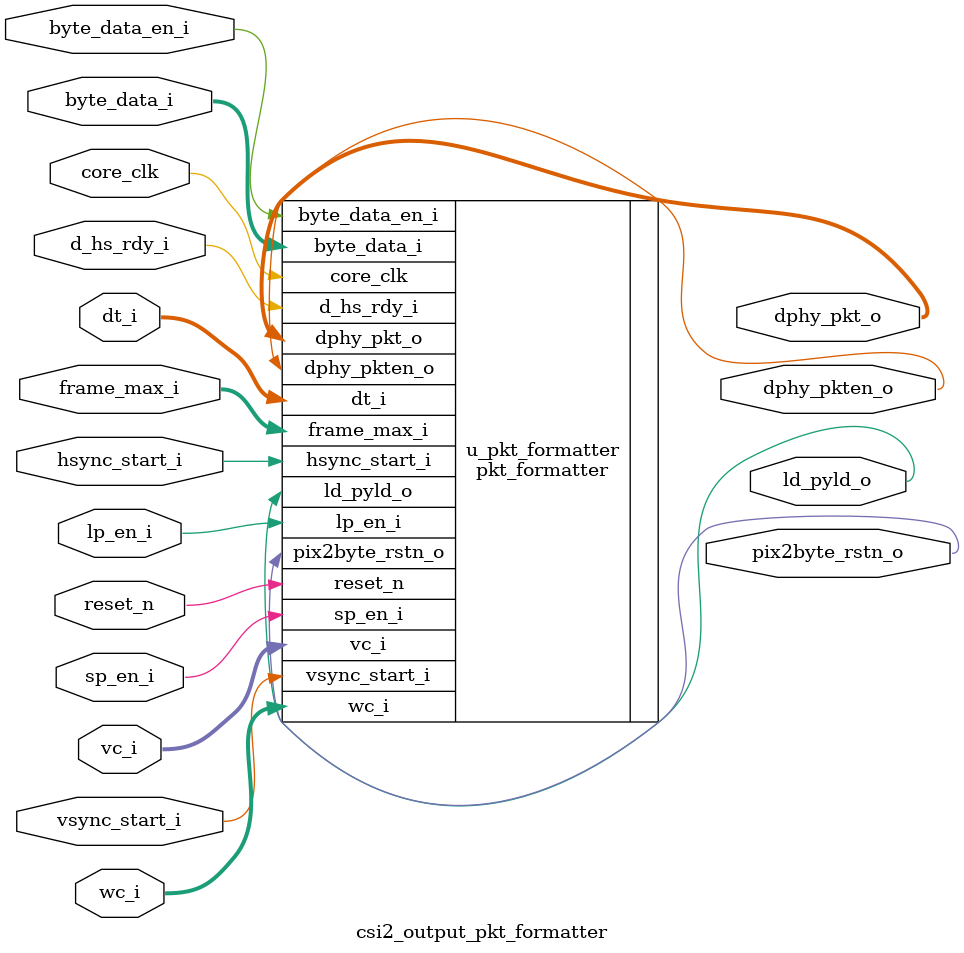
<source format=v>

module csi2_output_pkt_formatter (
input  wire                       reset_n,
input  wire                       core_clk,
input  wire                 [1:0] vc_i,
input  wire                 [5:0] dt_i,
input  wire                [15:0] wc_i,
input  wire                       vsync_start_i,
input  wire                       hsync_start_i,
input  wire                       sp_en_i,
input  wire                       lp_en_i,
input  wire                 [7:0] frame_max_i,
input  wire [4*16-1:0] byte_data_i,
input  wire                       byte_data_en_i,
output wire [4*16-1:0] dphy_pkt_o,
output wire                       dphy_pkten_o,
input  wire                       d_hs_rdy_i,
output wire                       ld_pyld_o,
output wire                       pix2byte_rstn_o
);

pkt_formatter # (
  .FRAME_CNT_ENABLE ("ON"),
  .LINE_CNT_ENABLE  ("ON"),
  .EOTP_ENABLE      ("OFF"),
  .PKTHDR_FIFO_IMPL ("EBR"),
  .PKTHDR_FIFO_DEPTH(64),
  .LANE_WIDTH       (2),
  .DATA_WIDTH       (16),
  .INTF_TYPE        ("CSI2"),
  .TX_GEAR          (8),
  .CRC16            (1)
)
u_pkt_formatter (
  .reset_n          (reset_n),
  .core_clk         (core_clk),
  .vc_i             (vc_i),
  .dt_i             (dt_i),
  .wc_i             (wc_i),
  .vsync_start_i    (vsync_start_i),
  .hsync_start_i    (hsync_start_i),
  .sp_en_i          (sp_en_i),
  .lp_en_i          (lp_en_i),
  .frame_max_i      (frame_max_i),
  .byte_data_i      (byte_data_i),
  .byte_data_en_i   (byte_data_en_i),
  .dphy_pkt_o       (dphy_pkt_o),
  .dphy_pkten_o     (dphy_pkten_o),
  .d_hs_rdy_i       (d_hs_rdy_i),
  .ld_pyld_o        (ld_pyld_o),
  .pix2byte_rstn_o  (pix2byte_rstn_o)
);
endmodule



</source>
